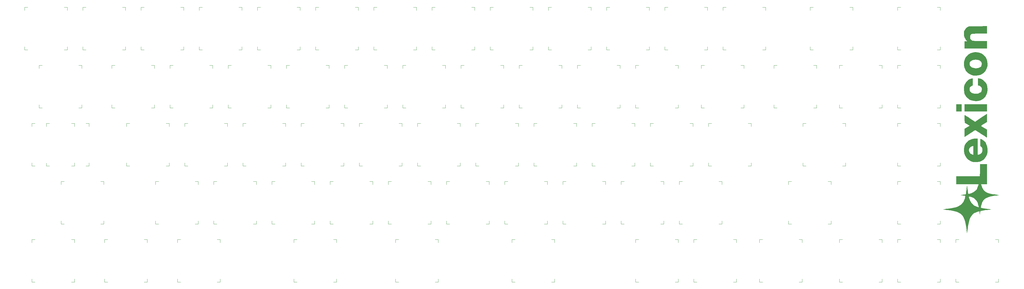
<source format=gto>
%TF.GenerationSoftware,KiCad,Pcbnew,7.0.11*%
%TF.CreationDate,2024-04-25T10:19:36+05:30*%
%TF.ProjectId,Lexicon 69,4c657869-636f-46e2-9036-392e6b696361,rev?*%
%TF.SameCoordinates,Original*%
%TF.FileFunction,Legend,Top*%
%TF.FilePolarity,Positive*%
%FSLAX46Y46*%
G04 Gerber Fmt 4.6, Leading zero omitted, Abs format (unit mm)*
G04 Created by KiCad (PCBNEW 7.0.11) date 2024-04-25 10:19:36*
%MOMM*%
%LPD*%
G01*
G04 APERTURE LIST*
%ADD10C,0.120000*%
%ADD11C,1.700000*%
%ADD12C,4.000000*%
%ADD13C,2.200000*%
%ADD14C,3.048000*%
%ADD15C,3.987800*%
%ADD16R,1.700000X1.700000*%
%ADD17O,1.700000X1.700000*%
%ADD18C,0.650000*%
%ADD19O,1.000000X1.600000*%
%ADD20O,1.000000X2.100000*%
G04 APERTURE END LIST*
D10*
%TO.C,SW68*%
X368935000Y-164147500D02*
X367919000Y-164147500D01*
X368935000Y-163131500D02*
X368935000Y-164147500D01*
X368935000Y-150177500D02*
X368935000Y-151193500D01*
X367919000Y-150177500D02*
X368935000Y-150177500D01*
X355981000Y-164147500D02*
X354965000Y-164147500D01*
X354965000Y-164147500D02*
X354965000Y-163131500D01*
X354965000Y-151193500D02*
X354965000Y-150177500D01*
X354965000Y-150177500D02*
X355981000Y-150177500D01*
%TO.C,SW8*%
X92710000Y-106997500D02*
X91694000Y-106997500D01*
X92710000Y-105981500D02*
X92710000Y-106997500D01*
X92710000Y-93027500D02*
X92710000Y-94043500D01*
X91694000Y-93027500D02*
X92710000Y-93027500D01*
X79756000Y-106997500D02*
X78740000Y-106997500D01*
X78740000Y-106997500D02*
X78740000Y-105981500D01*
X78740000Y-94043500D02*
X78740000Y-93027500D01*
X78740000Y-93027500D02*
X79756000Y-93027500D01*
%TO.C,SW29*%
X178435000Y-87947500D02*
X177419000Y-87947500D01*
X178435000Y-86931500D02*
X178435000Y-87947500D01*
X178435000Y-73977500D02*
X178435000Y-74993500D01*
X177419000Y-73977500D02*
X178435000Y-73977500D01*
X165481000Y-87947500D02*
X164465000Y-87947500D01*
X164465000Y-87947500D02*
X164465000Y-86931500D01*
X164465000Y-74993500D02*
X164465000Y-73977500D01*
X164465000Y-73977500D02*
X165481000Y-73977500D01*
%TO.C,SW41*%
X235585000Y-87947500D02*
X234569000Y-87947500D01*
X235585000Y-86931500D02*
X235585000Y-87947500D01*
X235585000Y-73977500D02*
X235585000Y-74993500D01*
X234569000Y-73977500D02*
X235585000Y-73977500D01*
X222631000Y-87947500D02*
X221615000Y-87947500D01*
X221615000Y-87947500D02*
X221615000Y-86931500D01*
X221615000Y-74993500D02*
X221615000Y-73977500D01*
X221615000Y-73977500D02*
X222631000Y-73977500D01*
%TO.C,SW39*%
X211772500Y-126047500D02*
X210756500Y-126047500D01*
X211772500Y-125031500D02*
X211772500Y-126047500D01*
X211772500Y-112077500D02*
X211772500Y-113093500D01*
X210756500Y-112077500D02*
X211772500Y-112077500D01*
X198818500Y-126047500D02*
X197802500Y-126047500D01*
X197802500Y-126047500D02*
X197802500Y-125031500D01*
X197802500Y-113093500D02*
X197802500Y-112077500D01*
X197802500Y-112077500D02*
X198818500Y-112077500D01*
%TO.C,SW18*%
X116522500Y-126047500D02*
X115506500Y-126047500D01*
X116522500Y-125031500D02*
X116522500Y-126047500D01*
X116522500Y-112077500D02*
X116522500Y-113093500D01*
X115506500Y-112077500D02*
X116522500Y-112077500D01*
X103568500Y-126047500D02*
X102552500Y-126047500D01*
X102552500Y-126047500D02*
X102552500Y-125031500D01*
X102552500Y-113093500D02*
X102552500Y-112077500D01*
X102552500Y-112077500D02*
X103568500Y-112077500D01*
%TO.C,SW6*%
X66516250Y-164147500D02*
X65500250Y-164147500D01*
X66516250Y-163131500D02*
X66516250Y-164147500D01*
X66516250Y-150177500D02*
X66516250Y-151193500D01*
X65500250Y-150177500D02*
X66516250Y-150177500D01*
X53562250Y-164147500D02*
X52546250Y-164147500D01*
X52546250Y-164147500D02*
X52546250Y-163131500D01*
X52546250Y-151193500D02*
X52546250Y-150177500D01*
X52546250Y-150177500D02*
X53562250Y-150177500D01*
%TO.C,SW79*%
X152241250Y-164147500D02*
X151225250Y-164147500D01*
X152241250Y-163131500D02*
X152241250Y-164147500D01*
X152241250Y-150177500D02*
X152241250Y-151193500D01*
X151225250Y-150177500D02*
X152241250Y-150177500D01*
X139287250Y-164147500D02*
X138271250Y-164147500D01*
X138271250Y-164147500D02*
X138271250Y-163131500D01*
X138271250Y-151193500D02*
X138271250Y-150177500D01*
X138271250Y-150177500D02*
X139287250Y-150177500D01*
%TO.C,SW33*%
X197485000Y-87947500D02*
X196469000Y-87947500D01*
X197485000Y-86931500D02*
X197485000Y-87947500D01*
X197485000Y-73977500D02*
X197485000Y-74993500D01*
X196469000Y-73977500D02*
X197485000Y-73977500D01*
X184531000Y-87947500D02*
X183515000Y-87947500D01*
X183515000Y-87947500D02*
X183515000Y-86931500D01*
X183515000Y-74993500D02*
X183515000Y-73977500D01*
X183515000Y-73977500D02*
X184531000Y-73977500D01*
%TO.C,SW20*%
X140335000Y-87947500D02*
X139319000Y-87947500D01*
X140335000Y-86931500D02*
X140335000Y-87947500D01*
X140335000Y-73977500D02*
X140335000Y-74993500D01*
X139319000Y-73977500D02*
X140335000Y-73977500D01*
X127381000Y-87947500D02*
X126365000Y-87947500D01*
X126365000Y-87947500D02*
X126365000Y-86931500D01*
X126365000Y-74993500D02*
X126365000Y-73977500D01*
X126365000Y-73977500D02*
X127381000Y-73977500D01*
%TO.C,SW47*%
X264160000Y-106997500D02*
X263144000Y-106997500D01*
X264160000Y-105981500D02*
X264160000Y-106997500D01*
X264160000Y-93027500D02*
X264160000Y-94043500D01*
X263144000Y-93027500D02*
X264160000Y-93027500D01*
X251206000Y-106997500D02*
X250190000Y-106997500D01*
X250190000Y-106997500D02*
X250190000Y-105981500D01*
X250190000Y-94043500D02*
X250190000Y-93027500D01*
X250190000Y-93027500D02*
X251206000Y-93027500D01*
%TO.C,SW75*%
X287972500Y-126047500D02*
X286956500Y-126047500D01*
X287972500Y-125031500D02*
X287972500Y-126047500D01*
X287972500Y-112077500D02*
X287972500Y-113093500D01*
X286956500Y-112077500D02*
X287972500Y-112077500D01*
X275018500Y-126047500D02*
X274002500Y-126047500D01*
X274002500Y-126047500D02*
X274002500Y-125031500D01*
X274002500Y-113093500D02*
X274002500Y-112077500D01*
X274002500Y-112077500D02*
X275018500Y-112077500D01*
%TO.C,SW49*%
X240347500Y-145097500D02*
X239331500Y-145097500D01*
X240347500Y-144081500D02*
X240347500Y-145097500D01*
X240347500Y-131127500D02*
X240347500Y-132143500D01*
X239331500Y-131127500D02*
X240347500Y-131127500D01*
X227393500Y-145097500D02*
X226377500Y-145097500D01*
X226377500Y-145097500D02*
X226377500Y-144081500D01*
X226377500Y-132143500D02*
X226377500Y-131127500D01*
X226377500Y-131127500D02*
X227393500Y-131127500D01*
%TO.C,SW57*%
X309403750Y-106997500D02*
X308387750Y-106997500D01*
X309403750Y-105981500D02*
X309403750Y-106997500D01*
X309403750Y-93027500D02*
X309403750Y-94043500D01*
X308387750Y-93027500D02*
X309403750Y-93027500D01*
X296449750Y-106997500D02*
X295433750Y-106997500D01*
X295433750Y-106997500D02*
X295433750Y-105981500D01*
X295433750Y-94043500D02*
X295433750Y-93027500D01*
X295433750Y-93027500D02*
X296449750Y-93027500D01*
%TO.C,SW36*%
X183197500Y-145097500D02*
X182181500Y-145097500D01*
X183197500Y-144081500D02*
X183197500Y-145097500D01*
X183197500Y-131127500D02*
X183197500Y-132143500D01*
X182181500Y-131127500D02*
X183197500Y-131127500D01*
X170243500Y-145097500D02*
X169227500Y-145097500D01*
X169227500Y-145097500D02*
X169227500Y-144081500D01*
X169227500Y-132143500D02*
X169227500Y-131127500D01*
X169227500Y-131127500D02*
X170243500Y-131127500D01*
%TO.C,SW78*%
X114141250Y-164147500D02*
X113125250Y-164147500D01*
X114141250Y-163131500D02*
X114141250Y-164147500D01*
X114141250Y-150177500D02*
X114141250Y-151193500D01*
X113125250Y-150177500D02*
X114141250Y-150177500D01*
X101187250Y-164147500D02*
X100171250Y-164147500D01*
X100171250Y-164147500D02*
X100171250Y-163131500D01*
X100171250Y-151193500D02*
X100171250Y-150177500D01*
X100171250Y-150177500D02*
X101187250Y-150177500D01*
%TO.C,SW59*%
X330835000Y-164147500D02*
X329819000Y-164147500D01*
X330835000Y-163131500D02*
X330835000Y-164147500D01*
X330835000Y-150177500D02*
X330835000Y-151193500D01*
X329819000Y-150177500D02*
X330835000Y-150177500D01*
X317881000Y-164147500D02*
X316865000Y-164147500D01*
X316865000Y-164147500D02*
X316865000Y-163131500D01*
X316865000Y-151193500D02*
X316865000Y-150177500D01*
X316865000Y-150177500D02*
X317881000Y-150177500D01*
%TO.C,SW42*%
X245110000Y-106997500D02*
X244094000Y-106997500D01*
X245110000Y-105981500D02*
X245110000Y-106997500D01*
X245110000Y-93027500D02*
X245110000Y-94043500D01*
X244094000Y-93027500D02*
X245110000Y-93027500D01*
X232156000Y-106997500D02*
X231140000Y-106997500D01*
X231140000Y-106997500D02*
X231140000Y-105981500D01*
X231140000Y-94043500D02*
X231140000Y-93027500D01*
X231140000Y-93027500D02*
X232156000Y-93027500D01*
%TO.C,SW28*%
X145097500Y-145097500D02*
X144081500Y-145097500D01*
X145097500Y-144081500D02*
X145097500Y-145097500D01*
X145097500Y-131127500D02*
X145097500Y-132143500D01*
X144081500Y-131127500D02*
X145097500Y-131127500D01*
X132143500Y-145097500D02*
X131127500Y-145097500D01*
X131127500Y-145097500D02*
X131127500Y-144081500D01*
X131127500Y-132143500D02*
X131127500Y-131127500D01*
X131127500Y-131127500D02*
X132143500Y-131127500D01*
%TO.C,SW38*%
X226060000Y-106997500D02*
X225044000Y-106997500D01*
X226060000Y-105981500D02*
X226060000Y-106997500D01*
X226060000Y-93027500D02*
X226060000Y-94043500D01*
X225044000Y-93027500D02*
X226060000Y-93027500D01*
X213106000Y-106997500D02*
X212090000Y-106997500D01*
X212090000Y-106997500D02*
X212090000Y-105981500D01*
X212090000Y-94043500D02*
X212090000Y-93027500D01*
X212090000Y-93027500D02*
X213106000Y-93027500D01*
%TO.C,SW22*%
X135572500Y-126047500D02*
X134556500Y-126047500D01*
X135572500Y-125031500D02*
X135572500Y-126047500D01*
X135572500Y-112077500D02*
X135572500Y-113093500D01*
X134556500Y-112077500D02*
X135572500Y-112077500D01*
X122618500Y-126047500D02*
X121602500Y-126047500D01*
X121602500Y-126047500D02*
X121602500Y-125031500D01*
X121602500Y-113093500D02*
X121602500Y-112077500D01*
X121602500Y-112077500D02*
X122618500Y-112077500D01*
%TO.C,SW56*%
X292735000Y-87947500D02*
X291719000Y-87947500D01*
X292735000Y-86931500D02*
X292735000Y-87947500D01*
X292735000Y-73977500D02*
X292735000Y-74993500D01*
X291719000Y-73977500D02*
X292735000Y-73977500D01*
X279781000Y-87947500D02*
X278765000Y-87947500D01*
X278765000Y-87947500D02*
X278765000Y-86931500D01*
X278765000Y-74993500D02*
X278765000Y-73977500D01*
X278765000Y-73977500D02*
X279781000Y-73977500D01*
%TO.C,SW26*%
X168910000Y-106997500D02*
X167894000Y-106997500D01*
X168910000Y-105981500D02*
X168910000Y-106997500D01*
X168910000Y-93027500D02*
X168910000Y-94043500D01*
X167894000Y-93027500D02*
X168910000Y-93027500D01*
X155956000Y-106997500D02*
X154940000Y-106997500D01*
X154940000Y-106997500D02*
X154940000Y-105981500D01*
X154940000Y-94043500D02*
X154940000Y-93027500D01*
X154940000Y-93027500D02*
X155956000Y-93027500D01*
%TO.C,SW31*%
X173672500Y-126047500D02*
X172656500Y-126047500D01*
X173672500Y-125031500D02*
X173672500Y-126047500D01*
X173672500Y-112077500D02*
X173672500Y-113093500D01*
X172656500Y-112077500D02*
X173672500Y-112077500D01*
X160718500Y-126047500D02*
X159702500Y-126047500D01*
X159702500Y-126047500D02*
X159702500Y-125031500D01*
X159702500Y-113093500D02*
X159702500Y-112077500D01*
X159702500Y-112077500D02*
X160718500Y-112077500D01*
%TO.C,SW4*%
X66516250Y-126047500D02*
X65500250Y-126047500D01*
X66516250Y-125031500D02*
X66516250Y-126047500D01*
X66516250Y-112077500D02*
X66516250Y-113093500D01*
X65500250Y-112077500D02*
X66516250Y-112077500D01*
X53562250Y-126047500D02*
X52546250Y-126047500D01*
X52546250Y-126047500D02*
X52546250Y-125031500D01*
X52546250Y-113093500D02*
X52546250Y-112077500D01*
X52546250Y-112077500D02*
X53562250Y-112077500D01*
%TO.C,SW54*%
X259397500Y-145097500D02*
X258381500Y-145097500D01*
X259397500Y-144081500D02*
X259397500Y-145097500D01*
X259397500Y-131127500D02*
X259397500Y-132143500D01*
X258381500Y-131127500D02*
X259397500Y-131127500D01*
X246443500Y-145097500D02*
X245427500Y-145097500D01*
X245427500Y-145097500D02*
X245427500Y-144081500D01*
X245427500Y-132143500D02*
X245427500Y-131127500D01*
X245427500Y-131127500D02*
X246443500Y-131127500D01*
%TO.C,SW30*%
X187960000Y-106997500D02*
X186944000Y-106997500D01*
X187960000Y-105981500D02*
X187960000Y-106997500D01*
X187960000Y-93027500D02*
X187960000Y-94043500D01*
X186944000Y-93027500D02*
X187960000Y-93027500D01*
X175006000Y-106997500D02*
X173990000Y-106997500D01*
X173990000Y-106997500D02*
X173990000Y-105981500D01*
X173990000Y-94043500D02*
X173990000Y-93027500D01*
X173990000Y-93027500D02*
X175006000Y-93027500D01*
%TO.C,SW1*%
X349885000Y-87947500D02*
X348869000Y-87947500D01*
X349885000Y-86931500D02*
X349885000Y-87947500D01*
X349885000Y-73977500D02*
X349885000Y-74993500D01*
X348869000Y-73977500D02*
X349885000Y-73977500D01*
X336931000Y-87947500D02*
X335915000Y-87947500D01*
X335915000Y-87947500D02*
X335915000Y-86931500D01*
X335915000Y-74993500D02*
X335915000Y-73977500D01*
X335915000Y-73977500D02*
X336931000Y-73977500D01*
%TO.C,SW48*%
X249872500Y-126047500D02*
X248856500Y-126047500D01*
X249872500Y-125031500D02*
X249872500Y-126047500D01*
X249872500Y-112077500D02*
X249872500Y-113093500D01*
X248856500Y-112077500D02*
X249872500Y-112077500D01*
X236918500Y-126047500D02*
X235902500Y-126047500D01*
X235902500Y-126047500D02*
X235902500Y-125031500D01*
X235902500Y-113093500D02*
X235902500Y-112077500D01*
X235902500Y-112077500D02*
X236918500Y-112077500D01*
%TO.C,SW40*%
X202247500Y-145097500D02*
X201231500Y-145097500D01*
X202247500Y-144081500D02*
X202247500Y-145097500D01*
X202247500Y-131127500D02*
X202247500Y-132143500D01*
X201231500Y-131127500D02*
X202247500Y-131127500D01*
X189293500Y-145097500D02*
X188277500Y-145097500D01*
X188277500Y-145097500D02*
X188277500Y-144081500D01*
X188277500Y-132143500D02*
X188277500Y-131127500D01*
X188277500Y-131127500D02*
X189293500Y-131127500D01*
%TO.C,SW21*%
X149860000Y-106997500D02*
X148844000Y-106997500D01*
X149860000Y-105981500D02*
X149860000Y-106997500D01*
X149860000Y-93027500D02*
X149860000Y-94043500D01*
X148844000Y-93027500D02*
X149860000Y-93027500D01*
X136906000Y-106997500D02*
X135890000Y-106997500D01*
X135890000Y-106997500D02*
X135890000Y-105981500D01*
X135890000Y-94043500D02*
X135890000Y-93027500D01*
X135890000Y-93027500D02*
X136906000Y-93027500D01*
%TO.C,SW17*%
X130810000Y-106997500D02*
X129794000Y-106997500D01*
X130810000Y-105981500D02*
X130810000Y-106997500D01*
X130810000Y-93027500D02*
X130810000Y-94043500D01*
X129794000Y-93027500D02*
X130810000Y-93027500D01*
X117856000Y-106997500D02*
X116840000Y-106997500D01*
X116840000Y-106997500D02*
X116840000Y-105981500D01*
X116840000Y-94043500D02*
X116840000Y-93027500D01*
X116840000Y-93027500D02*
X117856000Y-93027500D01*
%TO.C,SW23*%
X126047500Y-145097500D02*
X125031500Y-145097500D01*
X126047500Y-144081500D02*
X126047500Y-145097500D01*
X126047500Y-131127500D02*
X126047500Y-132143500D01*
X125031500Y-131127500D02*
X126047500Y-131127500D01*
X113093500Y-145097500D02*
X112077500Y-145097500D01*
X112077500Y-145097500D02*
X112077500Y-144081500D01*
X112077500Y-132143500D02*
X112077500Y-131127500D01*
X112077500Y-131127500D02*
X113093500Y-131127500D01*
%TO.C,SW16*%
X121285000Y-87947500D02*
X120269000Y-87947500D01*
X121285000Y-86931500D02*
X121285000Y-87947500D01*
X121285000Y-73977500D02*
X121285000Y-74993500D01*
X120269000Y-73977500D02*
X121285000Y-73977500D01*
X108331000Y-87947500D02*
X107315000Y-87947500D01*
X107315000Y-87947500D02*
X107315000Y-86931500D01*
X107315000Y-74993500D02*
X107315000Y-73977500D01*
X107315000Y-73977500D02*
X108331000Y-73977500D01*
%TO.C,SW51*%
X273685000Y-87947500D02*
X272669000Y-87947500D01*
X273685000Y-86931500D02*
X273685000Y-87947500D01*
X273685000Y-73977500D02*
X273685000Y-74993500D01*
X272669000Y-73977500D02*
X273685000Y-73977500D01*
X260731000Y-87947500D02*
X259715000Y-87947500D01*
X259715000Y-87947500D02*
X259715000Y-86931500D01*
X259715000Y-74993500D02*
X259715000Y-73977500D01*
X259715000Y-73977500D02*
X260731000Y-73977500D01*
%TO.C,SW52*%
X285591250Y-106997500D02*
X284575250Y-106997500D01*
X285591250Y-105981500D02*
X285591250Y-106997500D01*
X285591250Y-93027500D02*
X285591250Y-94043500D01*
X284575250Y-93027500D02*
X285591250Y-93027500D01*
X272637250Y-106997500D02*
X271621250Y-106997500D01*
X271621250Y-106997500D02*
X271621250Y-105981500D01*
X271621250Y-94043500D02*
X271621250Y-93027500D01*
X271621250Y-93027500D02*
X272637250Y-93027500D01*
%TO.C,SW25*%
X159385000Y-87947500D02*
X158369000Y-87947500D01*
X159385000Y-86931500D02*
X159385000Y-87947500D01*
X159385000Y-73977500D02*
X159385000Y-74993500D01*
X158369000Y-73977500D02*
X159385000Y-73977500D01*
X146431000Y-87947500D02*
X145415000Y-87947500D01*
X145415000Y-87947500D02*
X145415000Y-86931500D01*
X145415000Y-74993500D02*
X145415000Y-73977500D01*
X145415000Y-73977500D02*
X146431000Y-73977500D01*
%TO.C,SW12*%
X111760000Y-106997500D02*
X110744000Y-106997500D01*
X111760000Y-105981500D02*
X111760000Y-106997500D01*
X111760000Y-93027500D02*
X111760000Y-94043500D01*
X110744000Y-93027500D02*
X111760000Y-93027500D01*
X98806000Y-106997500D02*
X97790000Y-106997500D01*
X97790000Y-106997500D02*
X97790000Y-105981500D01*
X97790000Y-94043500D02*
X97790000Y-93027500D01*
X97790000Y-93027500D02*
X98806000Y-93027500D01*
%TO.C,G\u002A\u002A\u002A*%
G36*
X356948949Y-107041892D02*
G01*
X356948949Y-108224174D01*
X356033634Y-108224174D01*
X355118319Y-108224174D01*
X355118319Y-107041892D01*
X355118319Y-105859610D01*
X356033634Y-105859610D01*
X356948949Y-105859610D01*
X356948949Y-107041892D01*
G37*
G36*
X365186787Y-107041892D02*
G01*
X365186787Y-108224174D01*
X361525526Y-108224174D01*
X357864264Y-108224174D01*
X357864264Y-107041892D01*
X357864264Y-105859610D01*
X361525526Y-105859610D01*
X365186787Y-105859610D01*
X365186787Y-107041892D01*
G37*
G36*
X365186787Y-81447038D02*
G01*
X365186787Y-82671622D01*
X362819773Y-82671622D01*
X362094047Y-82672737D01*
X361504900Y-82677742D01*
X361036367Y-82689127D01*
X360672480Y-82709379D01*
X360397273Y-82740987D01*
X360194780Y-82786441D01*
X360049033Y-82848229D01*
X359944067Y-82928841D01*
X359863915Y-83030764D01*
X359800026Y-83142339D01*
X359690379Y-83481878D01*
X359668872Y-83871123D01*
X359734670Y-84242523D01*
X359815933Y-84429081D01*
X359978406Y-84627692D01*
X360208364Y-84820029D01*
X360309005Y-84883634D01*
X360408861Y-84938055D01*
X360505220Y-84981186D01*
X360616663Y-85014557D01*
X360761772Y-85039700D01*
X360959126Y-85058144D01*
X361227308Y-85071420D01*
X361584899Y-85081059D01*
X362050478Y-85088590D01*
X362642628Y-85095545D01*
X362917568Y-85098492D01*
X365186787Y-85122660D01*
X365186787Y-86337982D01*
X365186787Y-87553303D01*
X361525526Y-87553303D01*
X357864264Y-87553303D01*
X357864264Y-86371021D01*
X357864264Y-85188739D01*
X358331120Y-85188739D01*
X358797975Y-85188739D01*
X358476403Y-84876664D01*
X358273193Y-84638933D01*
X358064281Y-84330635D01*
X357914203Y-84056694D01*
X357804337Y-83812966D01*
X357734231Y-83609910D01*
X357695166Y-83399760D01*
X357678423Y-83134752D01*
X357675285Y-82767118D01*
X357675323Y-82747898D01*
X357682602Y-82343514D01*
X357706316Y-82048995D01*
X357752389Y-81822014D01*
X357826740Y-81620247D01*
X357835935Y-81599879D01*
X358145513Y-81093553D01*
X358561466Y-80696434D01*
X358918280Y-80481736D01*
X359351652Y-80268919D01*
X362269219Y-80245686D01*
X365186787Y-80222454D01*
X365186787Y-81447038D01*
G37*
G36*
X362283370Y-88826137D02*
G01*
X362950633Y-88989479D01*
X363550372Y-89272899D01*
X364105644Y-89685547D01*
X364310680Y-89879035D01*
X364772873Y-90445964D01*
X365112380Y-91091717D01*
X365324304Y-91798172D01*
X365403744Y-92547207D01*
X365345803Y-93320699D01*
X365302432Y-93547785D01*
X365074738Y-94255853D01*
X364724313Y-94884133D01*
X364264104Y-95422582D01*
X363707054Y-95861160D01*
X363066109Y-96189824D01*
X362354214Y-96398533D01*
X361584312Y-96477245D01*
X361525526Y-96477628D01*
X360747183Y-96409712D01*
X360024101Y-96210814D01*
X359370644Y-95888204D01*
X358801179Y-95449155D01*
X358330069Y-94900939D01*
X358287681Y-94838527D01*
X357973511Y-94266942D01*
X357770466Y-93652490D01*
X357666040Y-92955711D01*
X357658898Y-92854505D01*
X357661155Y-92753196D01*
X359535275Y-92753196D01*
X359644709Y-93151405D01*
X359879957Y-93486542D01*
X360231135Y-93749871D01*
X360688362Y-93932655D01*
X361241756Y-94026160D01*
X361525526Y-94036787D01*
X362130483Y-93988380D01*
X362636216Y-93847095D01*
X363034478Y-93618834D01*
X363317021Y-93309497D01*
X363475596Y-92924988D01*
X363508424Y-92617887D01*
X363470761Y-92267721D01*
X363345272Y-91986441D01*
X363335272Y-91971353D01*
X363021712Y-91625589D01*
X362613404Y-91384413D01*
X362101691Y-91244172D01*
X361510277Y-91201104D01*
X360934390Y-91248704D01*
X360437383Y-91385687D01*
X360034725Y-91603322D01*
X359741886Y-91892881D01*
X359574336Y-92245636D01*
X359561536Y-92300650D01*
X359535275Y-92753196D01*
X357661155Y-92753196D01*
X357676575Y-92061196D01*
X357832254Y-91331772D01*
X358125451Y-90667565D01*
X358555686Y-90069908D01*
X358736190Y-89879035D01*
X359284931Y-89413946D01*
X359866574Y-89082285D01*
X360505136Y-88874536D01*
X361224629Y-88781183D01*
X361525526Y-88773724D01*
X362283370Y-88826137D01*
G37*
G36*
X365186787Y-110338427D02*
G01*
X365186787Y-111698145D01*
X364160133Y-112306655D01*
X363769971Y-112540583D01*
X363497296Y-112712126D01*
X363326477Y-112833407D01*
X363241879Y-112916545D01*
X363227870Y-112973663D01*
X363255778Y-113007865D01*
X363365693Y-113078213D01*
X363580325Y-113205408D01*
X363870787Y-113372659D01*
X364208194Y-113563174D01*
X364282432Y-113604634D01*
X365186787Y-114108705D01*
X365186787Y-115437911D01*
X365184933Y-115869057D01*
X365179791Y-116241840D01*
X365171987Y-116531799D01*
X365162151Y-116714472D01*
X365152657Y-116767117D01*
X365082638Y-116726848D01*
X364901672Y-116613078D01*
X364626118Y-116436366D01*
X364272336Y-116207269D01*
X363856685Y-115936346D01*
X363395522Y-115634154D01*
X363302958Y-115573319D01*
X362830254Y-115264057D01*
X362395368Y-114982500D01*
X362015588Y-114739607D01*
X361708206Y-114546337D01*
X361490509Y-114413648D01*
X361379788Y-114352499D01*
X361372973Y-114350039D01*
X361281448Y-114383183D01*
X361081747Y-114491639D01*
X360791591Y-114664569D01*
X360428702Y-114891134D01*
X360010803Y-115160496D01*
X359561412Y-115457932D01*
X357864264Y-116595307D01*
X357864264Y-115247104D01*
X357864264Y-113898901D01*
X358699593Y-113409679D01*
X359010416Y-113222917D01*
X359262376Y-113062444D01*
X359432033Y-112943878D01*
X359495947Y-112882837D01*
X359495030Y-112879672D01*
X359417264Y-112826863D01*
X359235397Y-112713553D01*
X358976831Y-112556566D01*
X358678771Y-112378538D01*
X357902403Y-111918187D01*
X357881489Y-110643253D01*
X357876642Y-110221568D01*
X357876424Y-109858744D01*
X357880526Y-109579748D01*
X357888641Y-109409550D01*
X357897187Y-109368318D01*
X357968135Y-109408495D01*
X358149403Y-109521732D01*
X358423967Y-109697092D01*
X358774804Y-109923636D01*
X359184889Y-110190425D01*
X359624467Y-110478163D01*
X361315137Y-111588008D01*
X363250962Y-110283359D01*
X365186787Y-108978709D01*
X365186787Y-110338427D01*
G37*
G36*
X362574325Y-97336716D02*
G01*
X363211210Y-97500729D01*
X363799176Y-97798277D01*
X364319867Y-98213431D01*
X364754924Y-98730265D01*
X365085991Y-99332852D01*
X365188715Y-99604955D01*
X365308938Y-100105674D01*
X365375583Y-100680932D01*
X365385401Y-101266434D01*
X365335143Y-101797883D01*
X365306787Y-101941911D01*
X365070945Y-102663954D01*
X364721490Y-103293379D01*
X364270441Y-103824113D01*
X363729811Y-104250083D01*
X363111618Y-104565214D01*
X362427878Y-104763434D01*
X361690607Y-104838669D01*
X360911820Y-104784846D01*
X360103534Y-104595891D01*
X360074345Y-104586591D01*
X359490154Y-104324098D01*
X358945746Y-103937927D01*
X358470053Y-103456567D01*
X358092007Y-102908505D01*
X357870902Y-102416921D01*
X357726726Y-101834091D01*
X357656525Y-101180613D01*
X357664949Y-100521731D01*
X357709481Y-100152117D01*
X357883479Y-99492788D01*
X358164425Y-98893721D01*
X358536729Y-98372104D01*
X358984797Y-97945123D01*
X359493038Y-97629967D01*
X360045860Y-97443822D01*
X360188383Y-97419570D01*
X360533934Y-97372207D01*
X360533934Y-98564857D01*
X360532584Y-99017230D01*
X360526902Y-99338959D01*
X360514436Y-99551944D01*
X360492736Y-99678081D01*
X360459353Y-99739268D01*
X360411836Y-99757405D01*
X360400451Y-99757793D01*
X360184447Y-99817145D01*
X359945464Y-99967895D01*
X359738416Y-100170274D01*
X359652705Y-100299277D01*
X359572044Y-100554840D01*
X359535937Y-100881167D01*
X359545872Y-101212019D01*
X359603336Y-101481158D01*
X359625057Y-101530560D01*
X359866149Y-101870854D01*
X360198963Y-102120661D01*
X360635527Y-102285282D01*
X361187870Y-102370016D01*
X361563664Y-102384631D01*
X361914064Y-102381331D01*
X362166822Y-102358921D01*
X362376614Y-102306675D01*
X362598119Y-102213869D01*
X362707808Y-102160210D01*
X363092419Y-101925302D01*
X363342201Y-101661432D01*
X363474839Y-101343001D01*
X363508709Y-101000998D01*
X363487746Y-100720864D01*
X363434383Y-100469079D01*
X363397034Y-100373016D01*
X363185423Y-100087747D01*
X362895673Y-99855454D01*
X362584777Y-99720644D01*
X362553010Y-99713916D01*
X362288288Y-99664254D01*
X362288288Y-98480417D01*
X362288288Y-97296580D01*
X362574325Y-97336716D01*
G37*
G36*
X362135736Y-119741892D02*
G01*
X362136053Y-120450418D01*
X362137533Y-121021235D01*
X362140973Y-121469187D01*
X362147165Y-121809117D01*
X362156906Y-122055868D01*
X362170990Y-122224284D01*
X362190212Y-122329207D01*
X362215367Y-122385482D01*
X362247250Y-122407951D01*
X362278699Y-122411562D01*
X362516703Y-122371420D01*
X362809509Y-122269631D01*
X363088449Y-122134148D01*
X363268702Y-122008533D01*
X363530388Y-121670622D01*
X363682983Y-121262864D01*
X363727314Y-120821198D01*
X363664206Y-120381562D01*
X363494484Y-119979895D01*
X363218976Y-119652136D01*
X363214458Y-119648315D01*
X362974775Y-119446636D01*
X362974775Y-118335705D01*
X362978166Y-117876262D01*
X362989295Y-117552529D01*
X363009598Y-117347791D01*
X363040511Y-117245337D01*
X363070120Y-117225520D01*
X363267779Y-117273616D01*
X363537538Y-117399362D01*
X363838058Y-117578413D01*
X364127998Y-117786422D01*
X364342057Y-117974583D01*
X364751944Y-118487794D01*
X365068462Y-119103075D01*
X365285052Y-119797050D01*
X365395154Y-120546344D01*
X365392209Y-121327582D01*
X365362409Y-121610661D01*
X365192585Y-122357858D01*
X364896061Y-123029851D01*
X364481447Y-123615608D01*
X363957358Y-124104098D01*
X363332406Y-124484290D01*
X363012913Y-124619966D01*
X362594848Y-124733944D01*
X362086684Y-124809631D01*
X361546975Y-124843004D01*
X361034274Y-124830042D01*
X360669746Y-124780912D01*
X360667418Y-124780178D01*
X359974661Y-124561749D01*
X359349885Y-124217089D01*
X358806254Y-123761918D01*
X358354603Y-123211222D01*
X358005767Y-122579986D01*
X357770583Y-121883195D01*
X357659885Y-121135835D01*
X357660141Y-120908144D01*
X359314768Y-120908144D01*
X359368694Y-121296207D01*
X359516081Y-121666369D01*
X359731472Y-121955921D01*
X359745357Y-121968779D01*
X359902132Y-122078184D01*
X360130094Y-122202816D01*
X360374349Y-122316415D01*
X360580003Y-122392719D01*
X360667418Y-122409886D01*
X360702354Y-122374277D01*
X360728281Y-122255754D01*
X360746216Y-122038870D01*
X360757176Y-121708182D01*
X360762178Y-121248241D01*
X360762763Y-120962312D01*
X360761869Y-120457849D01*
X360757906Y-120085906D01*
X360748957Y-119826458D01*
X360733102Y-119659477D01*
X360708421Y-119564935D01*
X360672996Y-119522807D01*
X360624907Y-119513065D01*
X360623888Y-119513063D01*
X360483576Y-119546269D01*
X360263448Y-119632229D01*
X360070885Y-119722823D01*
X359688992Y-119984566D01*
X359441524Y-120317124D01*
X359325255Y-120725557D01*
X359314768Y-120908144D01*
X357660141Y-120908144D01*
X357660465Y-120619069D01*
X357754230Y-119890778D01*
X357948436Y-119261407D01*
X358254262Y-118706166D01*
X358682883Y-118200266D01*
X358802583Y-118085909D01*
X359299535Y-117717529D01*
X359899240Y-117419161D01*
X360562500Y-117204939D01*
X361250115Y-117088994D01*
X361614003Y-117072222D01*
X362135736Y-117072222D01*
X362135736Y-119741892D01*
G37*
G36*
X365186787Y-128780631D02*
G01*
X365186787Y-132098649D01*
X364240575Y-132098649D01*
X363294362Y-132098649D01*
X363407892Y-132537237D01*
X363655192Y-133246649D01*
X364000120Y-133852729D01*
X364435950Y-134346639D01*
X364955954Y-134719539D01*
X365138856Y-134811784D01*
X365691787Y-135019860D01*
X366382931Y-135202873D01*
X367199527Y-135357665D01*
X367563948Y-135411733D01*
X368153604Y-135493483D01*
X368604258Y-135557380D01*
X368928179Y-135605333D01*
X369137632Y-135639253D01*
X369244883Y-135661048D01*
X369262200Y-135672629D01*
X369251416Y-135674424D01*
X368844629Y-135720244D01*
X368365237Y-135782555D01*
X367850543Y-135855666D01*
X367337853Y-135933882D01*
X366864472Y-136011512D01*
X366467703Y-136082863D01*
X366184851Y-136142241D01*
X366183143Y-136142654D01*
X365445296Y-136367885D01*
X364835402Y-136662626D01*
X364339568Y-137040812D01*
X363943903Y-137516379D01*
X363634514Y-138103262D01*
X363397509Y-138815396D01*
X363356638Y-138977970D01*
X363286782Y-139282805D01*
X363233724Y-139539910D01*
X363206158Y-139706207D01*
X363204138Y-139733655D01*
X363279533Y-139808254D01*
X363504215Y-139886310D01*
X363874974Y-139967197D01*
X364388598Y-140050292D01*
X365041876Y-140134969D01*
X365568168Y-140193549D01*
X365920321Y-140234359D01*
X366216160Y-140275655D01*
X366422933Y-140312401D01*
X366506299Y-140337819D01*
X366466259Y-140367858D01*
X366305736Y-140401432D01*
X366056491Y-140432418D01*
X365979159Y-140439457D01*
X365610072Y-140475984D01*
X365186089Y-140526483D01*
X364736356Y-140586507D01*
X364290015Y-140651606D01*
X363876210Y-140717332D01*
X363524085Y-140779237D01*
X363262781Y-140832872D01*
X363121444Y-140873790D01*
X363115988Y-140876489D01*
X363004569Y-141011097D01*
X362970379Y-141235416D01*
X362952181Y-141510390D01*
X362913754Y-141800019D01*
X362909472Y-141823874D01*
X362852961Y-142128979D01*
X362799454Y-141756021D01*
X362766950Y-141484296D01*
X362747965Y-141238213D01*
X362745946Y-141164880D01*
X362726889Y-141008817D01*
X362683030Y-140946697D01*
X362545310Y-140975004D01*
X362385936Y-141025313D01*
X362308346Y-141049806D01*
X362012424Y-141155927D01*
X361697831Y-141278190D01*
X361404852Y-141401417D01*
X361173775Y-141510430D01*
X361142258Y-141527157D01*
X360883044Y-141697564D01*
X360596448Y-141929693D01*
X360387855Y-142129268D01*
X360097765Y-142477258D01*
X359843603Y-142876243D01*
X359620906Y-143340624D01*
X359425212Y-143884803D01*
X359252060Y-144523179D01*
X359096987Y-145270156D01*
X358955531Y-146140133D01*
X358823231Y-147147512D01*
X358817103Y-147198991D01*
X358771304Y-147575774D01*
X358730563Y-147893261D01*
X358698664Y-148123237D01*
X358679390Y-148237485D01*
X358676844Y-148244827D01*
X358662260Y-148179074D01*
X358632861Y-147985091D01*
X358591841Y-147686134D01*
X358542392Y-147305462D01*
X358488597Y-146873613D01*
X358345755Y-145833516D01*
X358185526Y-144932988D01*
X358002032Y-144159480D01*
X357789393Y-143500443D01*
X357541732Y-142943328D01*
X357253168Y-142475586D01*
X356917824Y-142084669D01*
X356529821Y-141758027D01*
X356083280Y-141483112D01*
X355926033Y-141403515D01*
X355405210Y-141191868D01*
X354754093Y-140993766D01*
X353994686Y-140813912D01*
X353148991Y-140657008D01*
X352239012Y-140527759D01*
X351433647Y-140443348D01*
X351164232Y-140413153D01*
X350974826Y-140379259D01*
X350896994Y-140347773D01*
X350899713Y-140340035D01*
X350991768Y-140315039D01*
X351210351Y-140276404D01*
X351530435Y-140227928D01*
X351926995Y-140173409D01*
X352359255Y-140118562D01*
X353410181Y-139970816D01*
X354321389Y-139797210D01*
X355104573Y-139590511D01*
X355771426Y-139343490D01*
X356333641Y-139048914D01*
X356802911Y-138699552D01*
X357190930Y-138288174D01*
X357509390Y-137807547D01*
X357769986Y-137250440D01*
X357973835Y-136646423D01*
X358055689Y-136344532D01*
X358111059Y-136102210D01*
X359250893Y-136102210D01*
X359256567Y-136184582D01*
X359299684Y-136374519D01*
X359371421Y-136634216D01*
X359388137Y-136690242D01*
X359683866Y-137474690D01*
X360061185Y-138133246D01*
X360524739Y-138671743D01*
X361079176Y-139096016D01*
X361469652Y-139303824D01*
X361849083Y-139465963D01*
X362161064Y-139576012D01*
X362385936Y-139628565D01*
X362504040Y-139618212D01*
X362517117Y-139591986D01*
X362499288Y-139489246D01*
X362452013Y-139279739D01*
X362384609Y-139004241D01*
X362366790Y-138934074D01*
X362130434Y-138196102D01*
X361825528Y-137586846D01*
X361439312Y-137093040D01*
X360959027Y-136701414D01*
X360371914Y-136398702D01*
X359725033Y-136186960D01*
X359485510Y-136130385D01*
X359312544Y-136100729D01*
X359250893Y-136102210D01*
X358111059Y-136102210D01*
X358111933Y-136098385D01*
X358134817Y-135944067D01*
X358131413Y-135912757D01*
X358042749Y-135877871D01*
X357841396Y-135839882D01*
X357566876Y-135805864D01*
X357497921Y-135799379D01*
X357048087Y-135755907D01*
X356748779Y-135717112D01*
X356598124Y-135680816D01*
X356594250Y-135644843D01*
X356735284Y-135607014D01*
X357019353Y-135565153D01*
X357271166Y-135535702D01*
X357628337Y-135489833D01*
X357930790Y-135438907D01*
X358145571Y-135389281D01*
X358238399Y-135349123D01*
X358270317Y-135248566D01*
X358315184Y-135021789D01*
X358368844Y-134694164D01*
X358427144Y-134291060D01*
X358485927Y-133837849D01*
X358486073Y-133836667D01*
X358541519Y-133392335D01*
X358591496Y-133006366D01*
X358632873Y-132701776D01*
X358662519Y-132501577D01*
X358677304Y-132428782D01*
X358677574Y-132428875D01*
X358691783Y-132506199D01*
X358720858Y-132710418D01*
X358761529Y-133016955D01*
X358810523Y-133401235D01*
X358857242Y-133778604D01*
X358914111Y-134215736D01*
X358970793Y-134601286D01*
X359022935Y-134909218D01*
X359066185Y-135113494D01*
X359092505Y-135185979D01*
X359205195Y-135207908D01*
X359424831Y-135181328D01*
X359716929Y-135114914D01*
X360047005Y-135017339D01*
X360380575Y-134897281D01*
X360584219Y-134810707D01*
X361001422Y-134564618D01*
X361405797Y-134229879D01*
X361743260Y-133854723D01*
X361873802Y-133660605D01*
X362035948Y-133335892D01*
X362199961Y-132927162D01*
X362340500Y-132500505D01*
X362392264Y-132308408D01*
X362443747Y-132098649D01*
X358781033Y-132098649D01*
X355118319Y-132098649D01*
X355118319Y-130763814D01*
X355118319Y-129428979D01*
X358961374Y-129428979D01*
X362804430Y-129428979D01*
X362850423Y-129257357D01*
X362863480Y-129134485D01*
X362875186Y-128882745D01*
X362884978Y-128525820D01*
X362892297Y-128087395D01*
X362896578Y-127591151D01*
X362897457Y-127274174D01*
X362898499Y-125462613D01*
X364042643Y-125462613D01*
X365186787Y-125462613D01*
X365186787Y-128780631D01*
G37*
%TO.C,SW7*%
X83185000Y-87947500D02*
X82169000Y-87947500D01*
X83185000Y-86931500D02*
X83185000Y-87947500D01*
X83185000Y-73977500D02*
X83185000Y-74993500D01*
X82169000Y-73977500D02*
X83185000Y-73977500D01*
X70231000Y-87947500D02*
X69215000Y-87947500D01*
X69215000Y-87947500D02*
X69215000Y-86931500D01*
X69215000Y-74993500D02*
X69215000Y-73977500D01*
X69215000Y-73977500D02*
X70231000Y-73977500D01*
%TO.C,SW37*%
X216535000Y-87947500D02*
X215519000Y-87947500D01*
X216535000Y-86931500D02*
X216535000Y-87947500D01*
X216535000Y-73977500D02*
X216535000Y-74993500D01*
X215519000Y-73977500D02*
X216535000Y-73977500D01*
X203581000Y-87947500D02*
X202565000Y-87947500D01*
X202565000Y-87947500D02*
X202565000Y-86931500D01*
X202565000Y-74993500D02*
X202565000Y-73977500D01*
X202565000Y-73977500D02*
X203581000Y-73977500D01*
%TO.C,SW43*%
X230822500Y-126047500D02*
X229806500Y-126047500D01*
X230822500Y-125031500D02*
X230822500Y-126047500D01*
X230822500Y-112077500D02*
X230822500Y-113093500D01*
X229806500Y-112077500D02*
X230822500Y-112077500D01*
X217868500Y-126047500D02*
X216852500Y-126047500D01*
X216852500Y-126047500D02*
X216852500Y-125031500D01*
X216852500Y-113093500D02*
X216852500Y-112077500D01*
X216852500Y-112077500D02*
X217868500Y-112077500D01*
%TO.C,SW58*%
X278447500Y-145097500D02*
X277431500Y-145097500D01*
X278447500Y-144081500D02*
X278447500Y-145097500D01*
X278447500Y-131127500D02*
X278447500Y-132143500D01*
X277431500Y-131127500D02*
X278447500Y-131127500D01*
X265493500Y-145097500D02*
X264477500Y-145097500D01*
X264477500Y-145097500D02*
X264477500Y-144081500D01*
X264477500Y-132143500D02*
X264477500Y-131127500D01*
X264477500Y-131127500D02*
X265493500Y-131127500D01*
%TO.C,SW55*%
X283210000Y-164147500D02*
X282194000Y-164147500D01*
X283210000Y-163131500D02*
X283210000Y-164147500D01*
X283210000Y-150177500D02*
X283210000Y-151193500D01*
X282194000Y-150177500D02*
X283210000Y-150177500D01*
X270256000Y-164147500D02*
X269240000Y-164147500D01*
X269240000Y-164147500D02*
X269240000Y-163131500D01*
X269240000Y-151193500D02*
X269240000Y-150177500D01*
X269240000Y-150177500D02*
X270256000Y-150177500D01*
%TO.C,SW50*%
X264160000Y-164147500D02*
X263144000Y-164147500D01*
X264160000Y-163131500D02*
X264160000Y-164147500D01*
X264160000Y-150177500D02*
X264160000Y-151193500D01*
X263144000Y-150177500D02*
X264160000Y-150177500D01*
X251206000Y-164147500D02*
X250190000Y-164147500D01*
X250190000Y-164147500D02*
X250190000Y-163131500D01*
X250190000Y-151193500D02*
X250190000Y-150177500D01*
X250190000Y-150177500D02*
X251206000Y-150177500D01*
%TO.C,SW64*%
X349885000Y-164147500D02*
X348869000Y-164147500D01*
X349885000Y-163131500D02*
X349885000Y-164147500D01*
X349885000Y-150177500D02*
X349885000Y-151193500D01*
X348869000Y-150177500D02*
X349885000Y-150177500D01*
X336931000Y-164147500D02*
X335915000Y-164147500D01*
X335915000Y-164147500D02*
X335915000Y-163131500D01*
X335915000Y-151193500D02*
X335915000Y-150177500D01*
X335915000Y-150177500D02*
X336931000Y-150177500D01*
%TO.C,SW3*%
X68897500Y-106997500D02*
X67881500Y-106997500D01*
X68897500Y-105981500D02*
X68897500Y-106997500D01*
X68897500Y-93027500D02*
X68897500Y-94043500D01*
X67881500Y-93027500D02*
X68897500Y-93027500D01*
X55943500Y-106997500D02*
X54927500Y-106997500D01*
X54927500Y-106997500D02*
X54927500Y-105981500D01*
X54927500Y-94043500D02*
X54927500Y-93027500D01*
X54927500Y-93027500D02*
X55943500Y-93027500D01*
%TO.C,SW46*%
X254635000Y-87947500D02*
X253619000Y-87947500D01*
X254635000Y-86931500D02*
X254635000Y-87947500D01*
X254635000Y-73977500D02*
X254635000Y-74993500D01*
X253619000Y-73977500D02*
X254635000Y-73977500D01*
X241681000Y-87947500D02*
X240665000Y-87947500D01*
X240665000Y-87947500D02*
X240665000Y-86931500D01*
X240665000Y-74993500D02*
X240665000Y-73977500D01*
X240665000Y-73977500D02*
X241681000Y-73977500D01*
%TO.C,SW15*%
X90328750Y-164147500D02*
X89312750Y-164147500D01*
X90328750Y-163131500D02*
X90328750Y-164147500D01*
X90328750Y-150177500D02*
X90328750Y-151193500D01*
X89312750Y-150177500D02*
X90328750Y-150177500D01*
X77374750Y-164147500D02*
X76358750Y-164147500D01*
X76358750Y-164147500D02*
X76358750Y-163131500D01*
X76358750Y-151193500D02*
X76358750Y-150177500D01*
X76358750Y-150177500D02*
X77374750Y-150177500D01*
%TO.C,SW11*%
X102235000Y-87947500D02*
X101219000Y-87947500D01*
X102235000Y-86931500D02*
X102235000Y-87947500D01*
X102235000Y-73977500D02*
X102235000Y-74993500D01*
X101219000Y-73977500D02*
X102235000Y-73977500D01*
X89281000Y-87947500D02*
X88265000Y-87947500D01*
X88265000Y-87947500D02*
X88265000Y-86931500D01*
X88265000Y-74993500D02*
X88265000Y-73977500D01*
X88265000Y-73977500D02*
X89281000Y-73977500D01*
%TO.C,SW82*%
X304641250Y-164147500D02*
X303625250Y-164147500D01*
X304641250Y-163131500D02*
X304641250Y-164147500D01*
X304641250Y-150177500D02*
X304641250Y-151193500D01*
X303625250Y-150177500D02*
X304641250Y-150177500D01*
X291687250Y-164147500D02*
X290671250Y-164147500D01*
X290671250Y-164147500D02*
X290671250Y-163131500D01*
X290671250Y-151193500D02*
X290671250Y-150177500D01*
X290671250Y-150177500D02*
X291687250Y-150177500D01*
%TO.C,SW27*%
X154622500Y-126047500D02*
X153606500Y-126047500D01*
X154622500Y-125031500D02*
X154622500Y-126047500D01*
X154622500Y-112077500D02*
X154622500Y-113093500D01*
X153606500Y-112077500D02*
X154622500Y-112077500D01*
X141668500Y-126047500D02*
X140652500Y-126047500D01*
X140652500Y-126047500D02*
X140652500Y-125031500D01*
X140652500Y-113093500D02*
X140652500Y-112077500D01*
X140652500Y-112077500D02*
X141668500Y-112077500D01*
%TO.C,SW35*%
X192722500Y-126047500D02*
X191706500Y-126047500D01*
X192722500Y-125031500D02*
X192722500Y-126047500D01*
X192722500Y-112077500D02*
X192722500Y-113093500D01*
X191706500Y-112077500D02*
X192722500Y-112077500D01*
X179768500Y-126047500D02*
X178752500Y-126047500D01*
X178752500Y-126047500D02*
X178752500Y-125031500D01*
X178752500Y-113093500D02*
X178752500Y-112077500D01*
X178752500Y-112077500D02*
X179768500Y-112077500D01*
%TO.C,SW19*%
X106997500Y-145097500D02*
X105981500Y-145097500D01*
X106997500Y-144081500D02*
X106997500Y-145097500D01*
X106997500Y-131127500D02*
X106997500Y-132143500D01*
X105981500Y-131127500D02*
X106997500Y-131127500D01*
X94043500Y-145097500D02*
X93027500Y-145097500D01*
X93027500Y-145097500D02*
X93027500Y-144081500D01*
X93027500Y-132143500D02*
X93027500Y-131127500D01*
X93027500Y-131127500D02*
X94043500Y-131127500D01*
%TO.C,SW67*%
X349885000Y-126047500D02*
X348869000Y-126047500D01*
X349885000Y-125031500D02*
X349885000Y-126047500D01*
X349885000Y-112077500D02*
X349885000Y-113093500D01*
X348869000Y-112077500D02*
X349885000Y-112077500D01*
X336931000Y-126047500D02*
X335915000Y-126047500D01*
X335915000Y-126047500D02*
X335915000Y-125031500D01*
X335915000Y-113093500D02*
X335915000Y-112077500D01*
X335915000Y-112077500D02*
X336931000Y-112077500D01*
%TO.C,SW44*%
X221297500Y-145097500D02*
X220281500Y-145097500D01*
X221297500Y-144081500D02*
X221297500Y-145097500D01*
X221297500Y-131127500D02*
X221297500Y-132143500D01*
X220281500Y-131127500D02*
X221297500Y-131127500D01*
X208343500Y-145097500D02*
X207327500Y-145097500D01*
X207327500Y-145097500D02*
X207327500Y-144081500D01*
X207327500Y-132143500D02*
X207327500Y-131127500D01*
X207327500Y-131127500D02*
X208343500Y-131127500D01*
%TO.C,SW53*%
X268922500Y-126047500D02*
X267906500Y-126047500D01*
X268922500Y-125031500D02*
X268922500Y-126047500D01*
X268922500Y-112077500D02*
X268922500Y-113093500D01*
X267906500Y-112077500D02*
X268922500Y-112077500D01*
X255968500Y-126047500D02*
X254952500Y-126047500D01*
X254952500Y-126047500D02*
X254952500Y-125031500D01*
X254952500Y-113093500D02*
X254952500Y-112077500D01*
X254952500Y-112077500D02*
X255968500Y-112077500D01*
%TO.C,SW77*%
X223678750Y-164147500D02*
X222662750Y-164147500D01*
X223678750Y-163131500D02*
X223678750Y-164147500D01*
X223678750Y-150177500D02*
X223678750Y-151193500D01*
X222662750Y-150177500D02*
X223678750Y-150177500D01*
X210724750Y-164147500D02*
X209708750Y-164147500D01*
X209708750Y-164147500D02*
X209708750Y-163131500D01*
X209708750Y-151193500D02*
X209708750Y-150177500D01*
X209708750Y-150177500D02*
X210724750Y-150177500D01*
%TO.C,SW63*%
X314166250Y-145097500D02*
X313150250Y-145097500D01*
X314166250Y-144081500D02*
X314166250Y-145097500D01*
X314166250Y-131127500D02*
X314166250Y-132143500D01*
X313150250Y-131127500D02*
X314166250Y-131127500D01*
X301212250Y-145097500D02*
X300196250Y-145097500D01*
X300196250Y-145097500D02*
X300196250Y-144081500D01*
X300196250Y-132143500D02*
X300196250Y-131127500D01*
X300196250Y-131127500D02*
X301212250Y-131127500D01*
%TO.C,SW2*%
X64135000Y-87947500D02*
X63119000Y-87947500D01*
X64135000Y-86931500D02*
X64135000Y-87947500D01*
X64135000Y-73977500D02*
X64135000Y-74993500D01*
X63119000Y-73977500D02*
X64135000Y-73977500D01*
X51181000Y-87947500D02*
X50165000Y-87947500D01*
X50165000Y-87947500D02*
X50165000Y-86931500D01*
X50165000Y-74993500D02*
X50165000Y-73977500D01*
X50165000Y-73977500D02*
X51181000Y-73977500D01*
%TO.C,SW32*%
X164147500Y-145097500D02*
X163131500Y-145097500D01*
X164147500Y-144081500D02*
X164147500Y-145097500D01*
X164147500Y-131127500D02*
X164147500Y-132143500D01*
X163131500Y-131127500D02*
X164147500Y-131127500D01*
X151193500Y-145097500D02*
X150177500Y-145097500D01*
X150177500Y-145097500D02*
X150177500Y-144081500D01*
X150177500Y-132143500D02*
X150177500Y-131127500D01*
X150177500Y-131127500D02*
X151193500Y-131127500D01*
%TO.C,SW5*%
X76041250Y-145097500D02*
X75025250Y-145097500D01*
X76041250Y-144081500D02*
X76041250Y-145097500D01*
X76041250Y-131127500D02*
X76041250Y-132143500D01*
X75025250Y-131127500D02*
X76041250Y-131127500D01*
X63087250Y-145097500D02*
X62071250Y-145097500D01*
X62071250Y-145097500D02*
X62071250Y-144081500D01*
X62071250Y-132143500D02*
X62071250Y-131127500D01*
X62071250Y-131127500D02*
X63087250Y-131127500D01*
%TO.C,SW62*%
X318928750Y-126047500D02*
X317912750Y-126047500D01*
X318928750Y-125031500D02*
X318928750Y-126047500D01*
X318928750Y-112077500D02*
X318928750Y-113093500D01*
X317912750Y-112077500D02*
X318928750Y-112077500D01*
X305974750Y-126047500D02*
X304958750Y-126047500D01*
X304958750Y-126047500D02*
X304958750Y-125031500D01*
X304958750Y-113093500D02*
X304958750Y-112077500D01*
X304958750Y-112077500D02*
X305974750Y-112077500D01*
%TO.C,SW13*%
X97472500Y-126047500D02*
X96456500Y-126047500D01*
X97472500Y-125031500D02*
X97472500Y-126047500D01*
X97472500Y-112077500D02*
X97472500Y-113093500D01*
X96456500Y-112077500D02*
X97472500Y-112077500D01*
X84518500Y-126047500D02*
X83502500Y-126047500D01*
X83502500Y-126047500D02*
X83502500Y-125031500D01*
X83502500Y-113093500D02*
X83502500Y-112077500D01*
X83502500Y-112077500D02*
X84518500Y-112077500D01*
%TO.C,SW70*%
X321310000Y-87947500D02*
X320294000Y-87947500D01*
X321310000Y-86931500D02*
X321310000Y-87947500D01*
X321310000Y-73977500D02*
X321310000Y-74993500D01*
X320294000Y-73977500D02*
X321310000Y-73977500D01*
X308356000Y-87947500D02*
X307340000Y-87947500D01*
X307340000Y-87947500D02*
X307340000Y-86931500D01*
X307340000Y-74993500D02*
X307340000Y-73977500D01*
X307340000Y-73977500D02*
X308356000Y-73977500D01*
%TO.C,SW69*%
X349885000Y-145097500D02*
X348869000Y-145097500D01*
X349885000Y-144081500D02*
X349885000Y-145097500D01*
X349885000Y-131127500D02*
X349885000Y-132143500D01*
X348869000Y-131127500D02*
X349885000Y-131127500D01*
X336931000Y-145097500D02*
X335915000Y-145097500D01*
X335915000Y-145097500D02*
X335915000Y-144081500D01*
X335915000Y-132143500D02*
X335915000Y-131127500D01*
X335915000Y-131127500D02*
X336931000Y-131127500D01*
%TO.C,SW71*%
X330835000Y-106997500D02*
X329819000Y-106997500D01*
X330835000Y-105981500D02*
X330835000Y-106997500D01*
X330835000Y-93027500D02*
X330835000Y-94043500D01*
X329819000Y-93027500D02*
X330835000Y-93027500D01*
X317881000Y-106997500D02*
X316865000Y-106997500D01*
X316865000Y-106997500D02*
X316865000Y-105981500D01*
X316865000Y-94043500D02*
X316865000Y-93027500D01*
X316865000Y-93027500D02*
X317881000Y-93027500D01*
%TO.C,SW24*%
X185578750Y-164147500D02*
X184562750Y-164147500D01*
X185578750Y-163131500D02*
X185578750Y-164147500D01*
X185578750Y-150177500D02*
X185578750Y-151193500D01*
X184562750Y-150177500D02*
X185578750Y-150177500D01*
X172624750Y-164147500D02*
X171608750Y-164147500D01*
X171608750Y-164147500D02*
X171608750Y-163131500D01*
X171608750Y-151193500D02*
X171608750Y-150177500D01*
X171608750Y-150177500D02*
X172624750Y-150177500D01*
%TO.C,SW66*%
X349885000Y-106997500D02*
X348869000Y-106997500D01*
X349885000Y-105981500D02*
X349885000Y-106997500D01*
X349885000Y-93027500D02*
X349885000Y-94043500D01*
X348869000Y-93027500D02*
X349885000Y-93027500D01*
X336931000Y-106997500D02*
X335915000Y-106997500D01*
X335915000Y-106997500D02*
X335915000Y-105981500D01*
X335915000Y-94043500D02*
X335915000Y-93027500D01*
X335915000Y-93027500D02*
X336931000Y-93027500D01*
%TO.C,SW34*%
X207010000Y-106997500D02*
X205994000Y-106997500D01*
X207010000Y-105981500D02*
X207010000Y-106997500D01*
X207010000Y-93027500D02*
X207010000Y-94043500D01*
X205994000Y-93027500D02*
X207010000Y-93027500D01*
X194056000Y-106997500D02*
X193040000Y-106997500D01*
X193040000Y-106997500D02*
X193040000Y-105981500D01*
X193040000Y-94043500D02*
X193040000Y-93027500D01*
X193040000Y-93027500D02*
X194056000Y-93027500D01*
%TO.C,SW9*%
X71278750Y-126047500D02*
X70262750Y-126047500D01*
X71278750Y-125031500D02*
X71278750Y-126047500D01*
X71278750Y-112077500D02*
X71278750Y-113093500D01*
X70262750Y-112077500D02*
X71278750Y-112077500D01*
X58324750Y-126047500D02*
X57308750Y-126047500D01*
X57308750Y-126047500D02*
X57308750Y-125031500D01*
X57308750Y-113093500D02*
X57308750Y-112077500D01*
X57308750Y-112077500D02*
X58324750Y-112077500D01*
%TD*%
%LPC*%
D11*
%TO.C,SW68*%
X367030000Y-157162500D03*
D12*
X361950000Y-157162500D03*
D11*
X356870000Y-157162500D03*
D13*
X359410000Y-162242500D03*
X365760000Y-159702500D03*
%TD*%
D14*
%TO.C,REF\u002A\u002A*%
X228593750Y-164147500D03*
D15*
X228593750Y-148907500D03*
D14*
X204793750Y-164147500D03*
D15*
X204793750Y-148907500D03*
%TD*%
D11*
%TO.C,SW8*%
X90805000Y-100012500D03*
D12*
X85725000Y-100012500D03*
D11*
X80645000Y-100012500D03*
D13*
X83185000Y-105092500D03*
X89535000Y-102552500D03*
%TD*%
D11*
%TO.C,SW29*%
X176530000Y-80962500D03*
D12*
X171450000Y-80962500D03*
D11*
X166370000Y-80962500D03*
D13*
X168910000Y-86042500D03*
X175260000Y-83502500D03*
%TD*%
D11*
%TO.C,SW41*%
X233680000Y-80962500D03*
D12*
X228600000Y-80962500D03*
D11*
X223520000Y-80962500D03*
D13*
X226060000Y-86042500D03*
X232410000Y-83502500D03*
%TD*%
D11*
%TO.C,SW39*%
X209867500Y-119062500D03*
D12*
X204787500Y-119062500D03*
D11*
X199707500Y-119062500D03*
D13*
X202247500Y-124142500D03*
X208597500Y-121602500D03*
%TD*%
D11*
%TO.C,SW18*%
X114617500Y-119062500D03*
D12*
X109537500Y-119062500D03*
D11*
X104457500Y-119062500D03*
D13*
X106997500Y-124142500D03*
X113347500Y-121602500D03*
%TD*%
D11*
%TO.C,SW6*%
X64611250Y-157162500D03*
D12*
X59531250Y-157162500D03*
D11*
X54451250Y-157162500D03*
D13*
X56991250Y-162242500D03*
X63341250Y-159702500D03*
%TD*%
D11*
%TO.C,SW79*%
X150336250Y-157162500D03*
D12*
X145256250Y-157162500D03*
D11*
X140176250Y-157162500D03*
D13*
X142716250Y-162242500D03*
X149066250Y-159702500D03*
%TD*%
D11*
%TO.C,SW33*%
X195580000Y-80962500D03*
D12*
X190500000Y-80962500D03*
D11*
X185420000Y-80962500D03*
D13*
X187960000Y-86042500D03*
X194310000Y-83502500D03*
%TD*%
D11*
%TO.C,SW20*%
X138430000Y-80962500D03*
D12*
X133350000Y-80962500D03*
D11*
X128270000Y-80962500D03*
D13*
X130810000Y-86042500D03*
X137160000Y-83502500D03*
%TD*%
D11*
%TO.C,SW47*%
X262255000Y-100012500D03*
D12*
X257175000Y-100012500D03*
D11*
X252095000Y-100012500D03*
D13*
X254635000Y-105092500D03*
X260985000Y-102552500D03*
%TD*%
D11*
%TO.C,SW75*%
X286067500Y-119062500D03*
D12*
X280987500Y-119062500D03*
D11*
X275907500Y-119062500D03*
D13*
X278447500Y-124142500D03*
X284797500Y-121602500D03*
%TD*%
D11*
%TO.C,SW49*%
X238442500Y-138112500D03*
D12*
X233362500Y-138112500D03*
D11*
X228282500Y-138112500D03*
D13*
X230822500Y-143192500D03*
X237172500Y-140652500D03*
%TD*%
D11*
%TO.C,SW57*%
X307498750Y-100012500D03*
D12*
X302418750Y-100012500D03*
D11*
X297338750Y-100012500D03*
D13*
X299878750Y-105092500D03*
X306228750Y-102552500D03*
%TD*%
D11*
%TO.C,SW36*%
X181292500Y-138112500D03*
D12*
X176212500Y-138112500D03*
D11*
X171132500Y-138112500D03*
D13*
X173672500Y-143192500D03*
X180022500Y-140652500D03*
%TD*%
D11*
%TO.C,SW78*%
X112236250Y-157162500D03*
D12*
X107156250Y-157162500D03*
D11*
X102076250Y-157162500D03*
D13*
X104616250Y-162242500D03*
X110966250Y-159702500D03*
%TD*%
D11*
%TO.C,SW59*%
X328930000Y-157162500D03*
D12*
X323850000Y-157162500D03*
D11*
X318770000Y-157162500D03*
D13*
X321310000Y-162242500D03*
X327660000Y-159702500D03*
%TD*%
D11*
%TO.C,SW42*%
X243205000Y-100012500D03*
D12*
X238125000Y-100012500D03*
D11*
X233045000Y-100012500D03*
D13*
X235585000Y-105092500D03*
X241935000Y-102552500D03*
%TD*%
D11*
%TO.C,SW28*%
X143192500Y-138112500D03*
D12*
X138112500Y-138112500D03*
D11*
X133032500Y-138112500D03*
D13*
X135572500Y-143192500D03*
X141922500Y-140652500D03*
%TD*%
D11*
%TO.C,SW38*%
X224155000Y-100012500D03*
D12*
X219075000Y-100012500D03*
D11*
X213995000Y-100012500D03*
D13*
X216535000Y-105092500D03*
X222885000Y-102552500D03*
%TD*%
D14*
%TO.C,REF\u002A\u002A*%
X295281250Y-131127500D03*
D15*
X295281250Y-146367500D03*
D14*
X319081250Y-131127500D03*
D15*
X319081250Y-146367500D03*
%TD*%
D11*
%TO.C,SW22*%
X133667500Y-119062500D03*
D12*
X128587500Y-119062500D03*
D11*
X123507500Y-119062500D03*
D13*
X126047500Y-124142500D03*
X132397500Y-121602500D03*
%TD*%
D11*
%TO.C,SW56*%
X290830000Y-80962500D03*
D12*
X285750000Y-80962500D03*
D11*
X280670000Y-80962500D03*
D13*
X283210000Y-86042500D03*
X289560000Y-83502500D03*
%TD*%
D11*
%TO.C,SW26*%
X167005000Y-100012500D03*
D12*
X161925000Y-100012500D03*
D11*
X156845000Y-100012500D03*
D13*
X159385000Y-105092500D03*
X165735000Y-102552500D03*
%TD*%
D11*
%TO.C,SW31*%
X171767500Y-119062500D03*
D12*
X166687500Y-119062500D03*
D11*
X161607500Y-119062500D03*
D13*
X164147500Y-124142500D03*
X170497500Y-121602500D03*
%TD*%
D11*
%TO.C,SW4*%
X64611250Y-119062500D03*
D12*
X59531250Y-119062500D03*
D11*
X54451250Y-119062500D03*
D13*
X56991250Y-124142500D03*
X63341250Y-121602500D03*
%TD*%
D11*
%TO.C,SW54*%
X257492500Y-138112500D03*
D12*
X252412500Y-138112500D03*
D11*
X247332500Y-138112500D03*
D13*
X249872500Y-143192500D03*
X256222500Y-140652500D03*
%TD*%
D11*
%TO.C,SW30*%
X186055000Y-100012500D03*
D12*
X180975000Y-100012500D03*
D11*
X175895000Y-100012500D03*
D13*
X178435000Y-105092500D03*
X184785000Y-102552500D03*
%TD*%
D11*
%TO.C,SW1*%
X347980000Y-80962500D03*
D12*
X342900000Y-80962500D03*
D11*
X337820000Y-80962500D03*
D13*
X340360000Y-86042500D03*
X346710000Y-83502500D03*
%TD*%
D11*
%TO.C,SW48*%
X247967500Y-119062500D03*
D12*
X242887500Y-119062500D03*
D11*
X237807500Y-119062500D03*
D13*
X240347500Y-124142500D03*
X246697500Y-121602500D03*
%TD*%
D11*
%TO.C,SW40*%
X200342500Y-138112500D03*
D12*
X195262500Y-138112500D03*
D11*
X190182500Y-138112500D03*
D13*
X192722500Y-143192500D03*
X199072500Y-140652500D03*
%TD*%
D14*
%TO.C,REF\u002A\u002A*%
X300043750Y-112077500D03*
D15*
X300043750Y-127317500D03*
D14*
X323843750Y-112077500D03*
D15*
X323843750Y-127317500D03*
%TD*%
D11*
%TO.C,SW21*%
X147955000Y-100012500D03*
D12*
X142875000Y-100012500D03*
D11*
X137795000Y-100012500D03*
D13*
X140335000Y-105092500D03*
X146685000Y-102552500D03*
%TD*%
D14*
%TO.C,REF\u002A\u002A*%
X302425000Y-73977500D03*
D15*
X302425000Y-89217500D03*
D14*
X326225000Y-73977500D03*
D15*
X326225000Y-89217500D03*
%TD*%
D11*
%TO.C,SW17*%
X128905000Y-100012500D03*
D12*
X123825000Y-100012500D03*
D11*
X118745000Y-100012500D03*
D13*
X121285000Y-105092500D03*
X127635000Y-102552500D03*
%TD*%
D11*
%TO.C,SW23*%
X124142500Y-138112500D03*
D12*
X119062500Y-138112500D03*
D11*
X113982500Y-138112500D03*
D13*
X116522500Y-143192500D03*
X122872500Y-140652500D03*
%TD*%
D11*
%TO.C,SW16*%
X119380000Y-80962500D03*
D12*
X114300000Y-80962500D03*
D11*
X109220000Y-80962500D03*
D13*
X111760000Y-86042500D03*
X118110000Y-83502500D03*
%TD*%
D11*
%TO.C,SW51*%
X271780000Y-80962500D03*
D12*
X266700000Y-80962500D03*
D11*
X261620000Y-80962500D03*
D13*
X264160000Y-86042500D03*
X270510000Y-83502500D03*
%TD*%
D11*
%TO.C,SW52*%
X283686250Y-100012500D03*
D12*
X278606250Y-100012500D03*
D11*
X273526250Y-100012500D03*
D13*
X276066250Y-105092500D03*
X282416250Y-102552500D03*
%TD*%
D11*
%TO.C,SW25*%
X157480000Y-80962500D03*
D12*
X152400000Y-80962500D03*
D11*
X147320000Y-80962500D03*
D13*
X149860000Y-86042500D03*
X156210000Y-83502500D03*
%TD*%
D11*
%TO.C,SW12*%
X109855000Y-100012500D03*
D12*
X104775000Y-100012500D03*
D11*
X99695000Y-100012500D03*
D13*
X102235000Y-105092500D03*
X108585000Y-102552500D03*
%TD*%
D11*
%TO.C,SW7*%
X81280000Y-80962500D03*
D12*
X76200000Y-80962500D03*
D11*
X71120000Y-80962500D03*
D13*
X73660000Y-86042500D03*
X80010000Y-83502500D03*
%TD*%
D11*
%TO.C,SW37*%
X214630000Y-80962500D03*
D12*
X209550000Y-80962500D03*
D11*
X204470000Y-80962500D03*
D13*
X207010000Y-86042500D03*
X213360000Y-83502500D03*
%TD*%
D11*
%TO.C,SW43*%
X228917500Y-119062500D03*
D12*
X223837500Y-119062500D03*
D11*
X218757500Y-119062500D03*
D13*
X221297500Y-124142500D03*
X227647500Y-121602500D03*
%TD*%
D11*
%TO.C,SW58*%
X276542500Y-138112500D03*
D12*
X271462500Y-138112500D03*
D11*
X266382500Y-138112500D03*
D13*
X268922500Y-143192500D03*
X275272500Y-140652500D03*
%TD*%
D11*
%TO.C,SW55*%
X281305000Y-157162500D03*
D12*
X276225000Y-157162500D03*
D11*
X271145000Y-157162500D03*
D13*
X273685000Y-162242500D03*
X280035000Y-159702500D03*
%TD*%
D11*
%TO.C,SW50*%
X262255000Y-157162500D03*
D12*
X257175000Y-157162500D03*
D11*
X252095000Y-157162500D03*
D13*
X254635000Y-162242500D03*
X260985000Y-159702500D03*
%TD*%
D14*
%TO.C,REF\u002A\u002A*%
X57156250Y-131127500D03*
D15*
X57156250Y-146367500D03*
D14*
X80956250Y-131127500D03*
D15*
X80956250Y-146367500D03*
%TD*%
D11*
%TO.C,SW64*%
X347980000Y-157162500D03*
D12*
X342900000Y-157162500D03*
D11*
X337820000Y-157162500D03*
D13*
X340360000Y-162242500D03*
X346710000Y-159702500D03*
%TD*%
D11*
%TO.C,SW3*%
X66992500Y-100012500D03*
D12*
X61912500Y-100012500D03*
D11*
X56832500Y-100012500D03*
D13*
X59372500Y-105092500D03*
X65722500Y-102552500D03*
%TD*%
D11*
%TO.C,SW46*%
X252730000Y-80962500D03*
D12*
X247650000Y-80962500D03*
D11*
X242570000Y-80962500D03*
D13*
X245110000Y-86042500D03*
X251460000Y-83502500D03*
%TD*%
D11*
%TO.C,SW15*%
X88423750Y-157162500D03*
D12*
X83343750Y-157162500D03*
D11*
X78263750Y-157162500D03*
D13*
X80803750Y-162242500D03*
X87153750Y-159702500D03*
%TD*%
D11*
%TO.C,SW11*%
X100330000Y-80962500D03*
D12*
X95250000Y-80962500D03*
D11*
X90170000Y-80962500D03*
D13*
X92710000Y-86042500D03*
X99060000Y-83502500D03*
%TD*%
D11*
%TO.C,SW82*%
X302736250Y-157162500D03*
D12*
X297656250Y-157162500D03*
D11*
X292576250Y-157162500D03*
D13*
X295116250Y-162242500D03*
X301466250Y-159702500D03*
%TD*%
D11*
%TO.C,SW27*%
X152717500Y-119062500D03*
D12*
X147637500Y-119062500D03*
D11*
X142557500Y-119062500D03*
D13*
X145097500Y-124142500D03*
X151447500Y-121602500D03*
%TD*%
D11*
%TO.C,SW35*%
X190817500Y-119062500D03*
D12*
X185737500Y-119062500D03*
D11*
X180657500Y-119062500D03*
D13*
X183197500Y-124142500D03*
X189547500Y-121602500D03*
%TD*%
D11*
%TO.C,SW19*%
X105092500Y-138112500D03*
D12*
X100012500Y-138112500D03*
D11*
X94932500Y-138112500D03*
D13*
X97472500Y-143192500D03*
X103822500Y-140652500D03*
%TD*%
D11*
%TO.C,SW67*%
X347980000Y-119062500D03*
D12*
X342900000Y-119062500D03*
D11*
X337820000Y-119062500D03*
D13*
X340360000Y-124142500D03*
X346710000Y-121602500D03*
%TD*%
D11*
%TO.C,SW44*%
X219392500Y-138112500D03*
D12*
X214312500Y-138112500D03*
D11*
X209232500Y-138112500D03*
D13*
X211772500Y-143192500D03*
X218122500Y-140652500D03*
%TD*%
D11*
%TO.C,SW53*%
X267017500Y-119062500D03*
D12*
X261937500Y-119062500D03*
D11*
X256857500Y-119062500D03*
D13*
X259397500Y-124142500D03*
X265747500Y-121602500D03*
%TD*%
D11*
%TO.C,SW77*%
X221773750Y-157162500D03*
D12*
X216693750Y-157162500D03*
D11*
X211613750Y-157162500D03*
D13*
X214153750Y-162242500D03*
X220503750Y-159702500D03*
%TD*%
D11*
%TO.C,SW63*%
X312261250Y-138112500D03*
D12*
X307181250Y-138112500D03*
D11*
X302101250Y-138112500D03*
D13*
X304641250Y-143192500D03*
X310991250Y-140652500D03*
%TD*%
D14*
%TO.C,REF\u002A\u002A*%
X157156250Y-164147500D03*
D15*
X157156250Y-148907500D03*
D14*
X133356250Y-164147500D03*
D15*
X133356250Y-148907500D03*
%TD*%
D11*
%TO.C,SW2*%
X62230000Y-80962500D03*
D12*
X57150000Y-80962500D03*
D11*
X52070000Y-80962500D03*
D13*
X54610000Y-86042500D03*
X60960000Y-83502500D03*
%TD*%
D11*
%TO.C,SW32*%
X162242500Y-138112500D03*
D12*
X157162500Y-138112500D03*
D11*
X152082500Y-138112500D03*
D13*
X154622500Y-143192500D03*
X160972500Y-140652500D03*
%TD*%
D11*
%TO.C,SW5*%
X74136250Y-138112500D03*
D12*
X69056250Y-138112500D03*
D11*
X63976250Y-138112500D03*
D13*
X66516250Y-143192500D03*
X72866250Y-140652500D03*
%TD*%
D11*
%TO.C,SW62*%
X317023750Y-119062500D03*
D12*
X311943750Y-119062500D03*
D11*
X306863750Y-119062500D03*
D13*
X309403750Y-124142500D03*
X315753750Y-121602500D03*
%TD*%
D11*
%TO.C,SW13*%
X95567500Y-119062500D03*
D12*
X90487500Y-119062500D03*
D11*
X85407500Y-119062500D03*
D13*
X87947500Y-124142500D03*
X94297500Y-121602500D03*
%TD*%
D11*
%TO.C,SW70*%
X319405000Y-80962500D03*
D12*
X314325000Y-80962500D03*
D11*
X309245000Y-80962500D03*
D13*
X311785000Y-86042500D03*
X318135000Y-83502500D03*
%TD*%
D11*
%TO.C,SW69*%
X347980000Y-138112500D03*
D12*
X342900000Y-138112500D03*
D11*
X337820000Y-138112500D03*
D13*
X340360000Y-143192500D03*
X346710000Y-140652500D03*
%TD*%
D11*
%TO.C,SW71*%
X328930000Y-100012500D03*
D12*
X323850000Y-100012500D03*
D11*
X318770000Y-100012500D03*
D13*
X321310000Y-105092500D03*
X327660000Y-102552500D03*
%TD*%
D11*
%TO.C,SW24*%
X183673750Y-157162500D03*
D12*
X178593750Y-157162500D03*
D11*
X173513750Y-157162500D03*
D13*
X176053750Y-162242500D03*
X182403750Y-159702500D03*
%TD*%
D11*
%TO.C,SW66*%
X347980000Y-100012500D03*
D12*
X342900000Y-100012500D03*
D11*
X337820000Y-100012500D03*
D13*
X340360000Y-105092500D03*
X346710000Y-102552500D03*
%TD*%
D11*
%TO.C,SW34*%
X205105000Y-100012500D03*
D12*
X200025000Y-100012500D03*
D11*
X194945000Y-100012500D03*
D13*
X197485000Y-105092500D03*
X203835000Y-102552500D03*
%TD*%
D11*
%TO.C,SW9*%
X69373750Y-119062500D03*
D12*
X64293750Y-119062500D03*
D11*
X59213750Y-119062500D03*
D13*
X61753750Y-124142500D03*
X68103750Y-121602500D03*
%TD*%
D16*
%TO.C,J5*%
X368750000Y-105500000D03*
D17*
X368750000Y-108040000D03*
X368750000Y-110580000D03*
X368750000Y-113120000D03*
%TD*%
D18*
%TO.C,J2*%
X354297500Y-77040000D03*
X360077500Y-77040000D03*
D19*
X352867500Y-73390000D03*
D20*
X352867500Y-77570000D03*
D19*
X361507500Y-73390000D03*
D20*
X361507500Y-77570000D03*
%TD*%
%LPD*%
M02*

</source>
